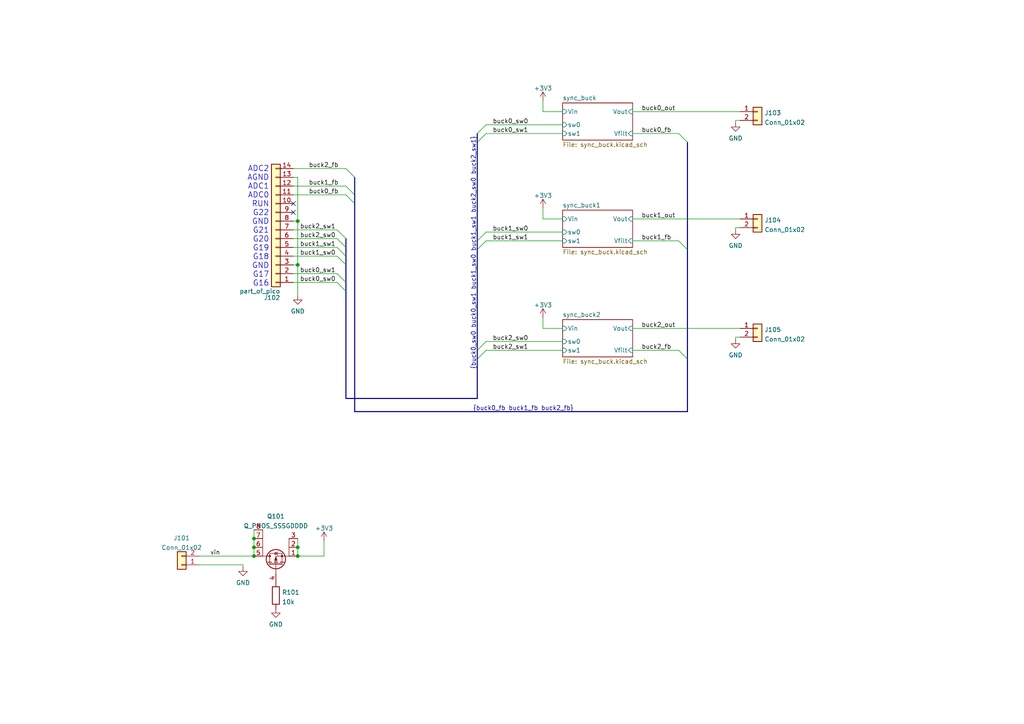
<source format=kicad_sch>
(kicad_sch (version 20211123) (generator eeschema)
  (paper "A4")
  (lib_symbols
    (symbol "Connector_Generic:Conn_01x02" (pin_names (offset 1.016) hide)
      (property "Reference" "J" (at 0 2.54 0))
      (property "Value" "Conn_01x02" (at 0 -5.08 0))
      (symbol "Conn_01x02_1_1"
        (rectangle (start -1.27 -2.413) (end 0 -2.667) (stroke (width 0.1524)))
        (rectangle (start -1.27 0.127) (end 0 -0.127) (stroke (width 0.1524)))
        (rectangle (start -1.27 1.27) (end 1.27 -3.81) (stroke (width 0.254)) (fill (type background)))
        (pin passive line (at -5.08 0 0) (length 3.81) (name "Pin_1") (number "1"))
        (pin passive line (at -5.08 -2.54 0) (length 3.81) (name "Pin_2") (number "2"))
      )
    )
    (symbol "Connector_Generic:Conn_01x14" (pin_names (offset 1.016) hide)
      (property "Reference" "J" (at 0 17.78 0))
      (property "Value" "Conn_01x14" (at 0 -20.32 0))
      (symbol "Conn_01x14_1_1"
        (rectangle (start -1.27 -17.653) (end 0 -17.907) (stroke (width 0.1524)))
        (rectangle (start -1.27 -15.113) (end 0 -15.367) (stroke (width 0.1524)))
        (rectangle (start -1.27 -12.573) (end 0 -12.827) (stroke (width 0.1524)))
        (rectangle (start -1.27 -10.033) (end 0 -10.287) (stroke (width 0.1524)))
        (rectangle (start -1.27 -7.493) (end 0 -7.747) (stroke (width 0.1524)))
        (rectangle (start -1.27 -4.953) (end 0 -5.207) (stroke (width 0.1524)))
        (rectangle (start -1.27 -2.413) (end 0 -2.667) (stroke (width 0.1524)))
        (rectangle (start -1.27 0.127) (end 0 -0.127) (stroke (width 0.1524)))
        (rectangle (start -1.27 2.667) (end 0 2.413) (stroke (width 0.1524)))
        (rectangle (start -1.27 5.207) (end 0 4.953) (stroke (width 0.1524)))
        (rectangle (start -1.27 7.747) (end 0 7.493) (stroke (width 0.1524)))
        (rectangle (start -1.27 10.287) (end 0 10.033) (stroke (width 0.1524)))
        (rectangle (start -1.27 12.827) (end 0 12.573) (stroke (width 0.1524)))
        (rectangle (start -1.27 15.367) (end 0 15.113) (stroke (width 0.1524)))
        (rectangle (start -1.27 16.51) (end 1.27 -19.05) (stroke (width 0.254)) (fill (type background)))
        (pin passive line (at -5.08 15.24 0) (length 3.81) (name "Pin_1") (number "1"))
        (pin passive line (at -5.08 -7.62 0) (length 3.81) (name "Pin_10") (number "10"))
        (pin passive line (at -5.08 -10.16 0) (length 3.81) (name "Pin_11") (number "11"))
        (pin passive line (at -5.08 -12.7 0) (length 3.81) (name "Pin_12") (number "12"))
        (pin passive line (at -5.08 -15.24 0) (length 3.81) (name "Pin_13") (number "13"))
        (pin passive line (at -5.08 -17.78 0) (length 3.81) (name "Pin_14") (number "14"))
        (pin passive line (at -5.08 12.7 0) (length 3.81) (name "Pin_2") (number "2"))
        (pin passive line (at -5.08 10.16 0) (length 3.81) (name "Pin_3") (number "3"))
        (pin passive line (at -5.08 7.62 0) (length 3.81) (name "Pin_4") (number "4"))
        (pin passive line (at -5.08 5.08 0) (length 3.81) (name "Pin_5") (number "5"))
        (pin passive line (at -5.08 2.54 0) (length 3.81) (name "Pin_6") (number "6"))
        (pin passive line (at -5.08 0 0) (length 3.81) (name "Pin_7") (number "7"))
        (pin passive line (at -5.08 -2.54 0) (length 3.81) (name "Pin_8") (number "8"))
        (pin passive line (at -5.08 -5.08 0) (length 3.81) (name "Pin_9") (number "9"))
      )
    )
    (symbol "Device:R" (pin_numbers hide) (pin_names (offset 0))
      (property "Reference" "R" (at 2.032 0 90))
      (property "Value" "R" (at 0 0 90))
      (symbol "R_0_1"
        (rectangle (start -1.016 -2.54) (end 1.016 2.54) (stroke (width 0.254)))
      )
      (symbol "R_1_1"
        (pin passive line (at 0 3.81 270) (length 1.27) (name "~") (number "1"))
        (pin passive line (at 0 -3.81 90) (length 1.27) (name "~") (number "2"))
      )
    )
    (symbol "good_things:Q_PMOS_SSSGDDDD" (pin_names (offset 0) hide)
      (property "Reference" "Q" (at 5.08 1.27 0))
      (property "Value" "Q_PMOS_SSSGDDDD" (at 5.08 -1.27 0))
      (symbol "Q_PMOS_SSSGDDDD_0_1"
        (polyline (pts (xy 0.254 0) (xy -2.54 0)))
        (polyline (pts (xy 0.254 1.905) (xy 0.254 -1.905)) (stroke (width 0.254)))
        (polyline (pts (xy 0.762 -1.27) (xy 0.762 -2.286)) (stroke (width 0.254)))
        (polyline (pts (xy 0.762 0.508) (xy 0.762 -0.508)) (stroke (width 0.254)))
        (polyline (pts (xy 0.762 2.286) (xy 0.762 1.27)) (stroke (width 0.254)))
        (polyline (pts (xy 2.54 -2.54) (xy 2.54 -3.81)) (stroke (width 0.1524)))
        (polyline (pts (xy 2.54 2.54) (xy 2.54 1.778)))
        (polyline (pts (xy 2.54 3.81) (xy 2.54 2.54)) (stroke (width 0.1524)))
        (polyline (pts (xy 7.62 -3.81) (xy 2.54 -3.81)) (stroke (width 0.1524)))
        (polyline (pts (xy 10.16 3.81) (xy 2.54 3.81)) (stroke (width 0.1524)))
        (polyline (pts (xy 2.54 -2.54) (xy 2.54 0) (xy 0.762 0)))
        (polyline (pts (xy 0.762 1.778) (xy 3.302 1.778) (xy 3.302 -1.778) (xy 0.762 -1.778)))
        (polyline (pts (xy 2.286 0) (xy 1.27 0.381) (xy 1.27 -0.381) (xy 2.286 0)) (fill (type outline)))
        (polyline (pts (xy 2.794 -0.508) (xy 2.921 -0.381) (xy 3.683 -0.381) (xy 3.81 -0.254)))
        (polyline (pts (xy 3.302 -0.381) (xy 2.921 0.254) (xy 3.683 0.254) (xy 3.302 -0.381)))
        (circle (center 1.651 0) (radius 2.794) (stroke (width 0.254)))
        (circle (center 2.54 -1.778) (radius 0.254) (fill (type outline)))
        (circle (center 2.54 1.778) (radius 0.254) (fill (type outline)))
      )
      (symbol "Q_PMOS_SSSGDDDD_1_1"
        (pin passive line (at 2.54 -6.35 90) (length 2.54) (name "S") (number "1"))
        (pin passive line (at 5.08 -6.35 90) (length 2.54) (name "S") (number "2"))
        (pin passive line (at 7.62 -6.35 90) (length 2.54) (name "S") (number "3"))
        (pin input line (at -5.08 0 0) (length 2.54) (name "G") (number "4"))
        (pin passive line (at 2.54 6.35 270) (length 2.54) (name "D") (number "5"))
        (pin passive line (at 5.08 6.35 270) (length 2.54) (name "D") (number "6"))
        (pin passive line (at 7.62 6.35 270) (length 2.54) (name "D") (number "7"))
        (pin passive line (at 10.16 6.35 270) (length 2.54) (name "D") (number "8"))
      )
    )
    (symbol "power:+3V3" (power) (pin_names (offset 0))
      (property "Value" "+3V3" (at 0 3.556 0))
      (symbol "+3V3_0_1"
        (polyline (pts (xy -0.762 1.27) (xy 0 2.54)))
        (polyline (pts (xy 0 0) (xy 0 2.54)))
        (polyline (pts (xy 0 2.54) (xy 0.762 1.27)))
      )
      (symbol "+3V3_1_1"
        (pin power_in line (at 0 0 90) (length 0) hide (name "+3V3") (number "1"))
      )
    )
    (symbol "power:GND" (power) (pin_names (offset 0))
      (property "Value" "GND" (at 0 -3.81 0))
      (symbol "GND_0_1"
        (polyline (pts (xy 0 0) (xy 0 -1.27) (xy 1.27 -1.27) (xy 0 -2.54) (xy -1.27 -1.27) (xy 0 -1.27)))
      )
      (symbol "GND_1_1"
        (pin power_in line (at 0 0 270) (length 0) hide (name "GND") (number "1"))
      )
    )
  )
  (junction (at 86.36 158.75))
  (junction (at 86.36 76.835))
  (junction (at 73.66 161.29))
  (junction (at 86.36 64.135))
  (junction (at 73.66 158.75))
  (junction (at 86.36 161.29))
  (junction (at 73.66 156.21))
  (no_connect (at 85.09 59.055))
  (no_connect (at 85.09 61.595))
  (bus_entry (at 97.79 69.215) (size 2.54 2.54))
  (bus_entry (at 196.85 69.85) (size 2.54 2.54))
  (bus_entry (at 138.43 72.39) (size 2.54 -2.54))
  (bus_entry (at 97.79 71.755) (size 2.54 2.54))
  (bus_entry (at 97.79 81.915) (size 2.54 2.54))
  (bus_entry (at 138.43 104.14) (size 2.54 -2.54))
  (bus_entry (at 100.33 56.515) (size 2.54 2.54))
  (bus_entry (at 100.33 53.975) (size 2.54 2.54))
  (bus_entry (at 138.43 69.85) (size 2.54 -2.54))
  (bus_entry (at 196.85 101.6) (size 2.54 2.54))
  (bus_entry (at 97.79 79.375) (size 2.54 2.54))
  (bus_entry (at 97.79 66.675) (size 2.54 2.54))
  (bus_entry (at 196.85 38.735) (size 2.54 2.54))
  (bus_entry (at 97.79 74.295) (size 2.54 2.54))
  (bus_entry (at 100.33 48.895) (size 2.54 2.54))
  (bus_entry (at 138.43 101.6) (size 2.54 -2.54))
  (bus_entry (at 138.43 38.735) (size 2.54 -2.54))
  (bus_entry (at 138.43 41.275) (size 2.54 -2.54))
  (bus (pts (xy 102.87 59.055) (xy 102.87 119.38)))
  (bus (pts (xy 100.33 81.915) (xy 100.33 84.455)))
  (wire (pts (xy 183.515 69.85) (xy 196.85 69.85)))
  (wire (pts (xy 85.09 53.975) (xy 100.33 53.975)))
  (wire (pts (xy 93.98 156.845) (xy 93.98 161.29)))
  (wire (pts (xy 183.515 32.385) (xy 214.63 32.385)))
  (bus (pts (xy 100.33 115.57) (xy 138.43 115.57)))
  (wire (pts (xy 213.36 34.925) (xy 214.63 34.925)))
  (bus (pts (xy 100.33 74.295) (xy 100.33 76.835)))
  (wire (pts (xy 140.97 38.735) (xy 163.195 38.735)))
  (wire (pts (xy 86.36 51.435) (xy 86.36 64.135)))
  (bus (pts (xy 199.39 104.14) (xy 199.39 119.38)))
  (bus (pts (xy 138.43 72.39) (xy 138.43 101.6)))
  (bus (pts (xy 138.43 38.735) (xy 138.43 41.275)))
  (bus (pts (xy 102.87 51.435) (xy 102.87 56.515)))
  (bus (pts (xy 138.43 101.6) (xy 138.43 104.14)))
  (wire (pts (xy 86.36 76.835) (xy 86.36 64.135)))
  (wire (pts (xy 70.485 163.83) (xy 70.485 164.465)))
  (wire (pts (xy 140.97 101.6) (xy 163.195 101.6)))
  (wire (pts (xy 213.36 35.56) (xy 213.36 34.925)))
  (bus (pts (xy 100.33 71.755) (xy 100.33 74.295)))
  (bus (pts (xy 102.87 56.515) (xy 102.87 59.055)))
  (wire (pts (xy 157.48 32.385) (xy 163.195 32.385)))
  (wire (pts (xy 86.36 76.835) (xy 86.36 85.725)))
  (bus (pts (xy 100.33 84.455) (xy 100.33 115.57)))
  (wire (pts (xy 140.97 69.85) (xy 163.195 69.85)))
  (wire (pts (xy 93.98 161.29) (xy 86.36 161.29)))
  (wire (pts (xy 85.09 81.915) (xy 97.79 81.915)))
  (wire (pts (xy 157.48 92.075) (xy 157.48 95.25)))
  (wire (pts (xy 183.515 101.6) (xy 196.85 101.6)))
  (wire (pts (xy 85.09 51.435) (xy 86.36 51.435)))
  (wire (pts (xy 85.09 48.895) (xy 100.33 48.895)))
  (wire (pts (xy 157.48 95.25) (xy 163.195 95.25)))
  (wire (pts (xy 183.515 38.735) (xy 196.85 38.735)))
  (wire (pts (xy 85.09 69.215) (xy 97.79 69.215)))
  (wire (pts (xy 213.36 98.425) (xy 213.36 97.79)))
  (bus (pts (xy 199.39 41.275) (xy 199.39 72.39)))
  (wire (pts (xy 140.97 67.31) (xy 163.195 67.31)))
  (wire (pts (xy 183.515 95.25) (xy 214.63 95.25)))
  (bus (pts (xy 100.33 76.835) (xy 100.33 81.915)))
  (wire (pts (xy 157.48 29.21) (xy 157.48 32.385)))
  (wire (pts (xy 85.09 71.755) (xy 97.79 71.755)))
  (wire (pts (xy 57.785 163.83) (xy 70.485 163.83)))
  (bus (pts (xy 199.39 72.39) (xy 199.39 104.14)))
  (wire (pts (xy 85.09 76.835) (xy 86.36 76.835)))
  (wire (pts (xy 157.48 63.5) (xy 163.195 63.5)))
  (wire (pts (xy 86.36 64.135) (xy 85.09 64.135)))
  (wire (pts (xy 140.97 99.06) (xy 163.195 99.06)))
  (wire (pts (xy 213.36 66.04) (xy 214.63 66.04)))
  (wire (pts (xy 85.09 74.295) (xy 97.79 74.295)))
  (wire (pts (xy 86.36 156.21) (xy 86.36 158.75)))
  (wire (pts (xy 85.09 66.675) (xy 97.79 66.675)))
  (wire (pts (xy 73.66 156.21) (xy 73.66 158.75)))
  (bus (pts (xy 100.33 69.215) (xy 100.33 71.755)))
  (wire (pts (xy 86.36 158.75) (xy 86.36 161.29)))
  (wire (pts (xy 85.09 56.515) (xy 100.33 56.515)))
  (wire (pts (xy 73.66 153.67) (xy 73.66 156.21)))
  (wire (pts (xy 73.66 158.75) (xy 73.66 161.29)))
  (bus (pts (xy 138.43 69.85) (xy 138.43 72.39)))
  (wire (pts (xy 85.09 79.375) (xy 97.79 79.375)))
  (bus (pts (xy 138.43 104.14) (xy 138.43 115.57)))
  (wire (pts (xy 183.515 63.5) (xy 214.63 63.5)))
  (wire (pts (xy 157.48 60.325) (xy 157.48 63.5)))
  (wire (pts (xy 213.36 97.79) (xy 214.63 97.79)))
  (bus (pts (xy 138.43 41.275) (xy 138.43 69.85)))
  (wire (pts (xy 73.66 161.29) (xy 57.785 161.29)))
  (wire (pts (xy 213.36 66.675) (xy 213.36 66.04)))
  (bus (pts (xy 102.87 119.38) (xy 199.39 119.38)))
  (wire (pts (xy 140.97 36.195) (xy 163.195 36.195)))
  (text "ADC2\nAGND\nADC1\nADC0\nRUN\nG22\nGND\nG21\nG20\nG19\nG18\nGND\nG17\nG16" (at 78.105 83.185 0) (effects (font (size 1.5875 1.5875)) (justify right bottom)))
  (label "buck0_fb" (at 89.535 56.515 0))
  (label "buck2_out" (at 186.055 95.25 0))
  (label "vin" (at 60.96 161.29 0))
  (label "buck2_sw1" (at 86.995 66.675 0))
  (label "buck2_sw0" (at 86.995 69.215 0))
  (label "buck2_sw1" (at 142.875 101.6 0))
  (label "buck0_sw0" (at 142.875 36.195 0))
  (label "buck1_sw1" (at 142.875 69.85 0))
  (label "buck1_out" (at 186.055 63.5 0))
  (label "buck1_fb" (at 89.535 53.975 0))
  (label "buck1_sw0" (at 142.875 67.31 0))
  (label "buck0_sw0" (at 86.995 81.915 0))
  (label "buck0_fb" (at 186.055 38.735 0))
  (label "buck2_sw0" (at 142.875 99.06 0))
  (label "{buck0_sw0 buck0_sw1 buck1_sw0 buck1_sw1 buck2_sw0 buck2_sw1}" (at 138.43 39.37 90))
  (label "buck0_sw1" (at 86.995 79.375 0))
  (label "buck1_sw1" (at 86.995 71.755 0))
  (label "buck0_out" (at 186.055 32.385 0))
  (label "buck1_fb" (at 186.055 69.85 0))
  (label "buck2_fb" (at 186.055 101.6 0))
  (label "buck0_sw1" (at 142.875 38.735 0))
  (label "{buck0_fb buck1_fb buck2_fb}" (at 137.16 119.38 0))
  (label "buck1_sw0" (at 86.995 74.295 0))
  (label "buck2_fb" (at 89.535 48.895 0))
  (symbol (lib_id "Connector_Generic:Conn_01x02") (at 219.71 32.385 0) (unit 1)
    (property "Reference" "J103" (at 221.742 32.7465 0) (effects (justify left)))
    (property "Value" "Conn_01x02" (at 221.742 35.5216 0) (effects (justify left)))
    (property "Footprint" "TerminalBlock_Phoenix:TerminalBlock_Phoenix_MKDS-1,5-2-5.08_1x02_P5.08mm_Horizontal" (effects hide))
  )
  (symbol (lib_id "Connector_Generic:Conn_01x02") (at 219.71 63.5 0) (unit 1)
    (property "Reference" "J104" (at 221.742 63.8615 0) (effects (justify left)))
    (property "Value" "Conn_01x02" (at 221.742 66.6366 0) (effects (justify left)))
    (property "Footprint" "TerminalBlock_Phoenix:TerminalBlock_Phoenix_MKDS-1,5-2-5.08_1x02_P5.08mm_Horizontal" (effects hide))
  )
  (symbol (lib_id "Device:R") (at 80.01 172.72 0) (unit 1)
    (property "Reference" "R101" (at 81.788 171.8115 0) (effects (justify left)))
    (property "Value" "10k" (at 81.788 174.5866 0) (effects (justify left)))
  )
  (symbol (lib_id "power:GND") (at 213.36 35.56 0) (unit 1)
    (property "Reference" "#PWR0108" (effects hide))
    (property "Value" "GND" (at 213.36 40.1225 0))
  )
  (symbol (lib_id "Connector_Generic:Conn_01x02") (at 219.71 95.25 0) (unit 1)
    (property "Reference" "J105" (at 221.742 95.6115 0) (effects (justify left)))
    (property "Value" "Conn_01x02" (at 221.742 98.3866 0) (effects (justify left)))
    (property "Footprint" "TerminalBlock_Phoenix:TerminalBlock_Phoenix_MKDS-1,5-2-5.08_1x02_P5.08mm_Horizontal" (effects hide))
  )
  (symbol (lib_id "power:GND") (at 70.485 164.465 0) (unit 1)
    (property "Reference" "#PWR0101" (effects hide))
    (property "Value" "GND" (at 70.485 169.0275 0))
  )
  (symbol (lib_id "power:+3V3") (at 157.48 92.075 0) (unit 1)
    (property "Reference" "#PWR0107" (effects hide))
    (property "Value" "+3V3" (at 157.48 88.4705 0))
  )
  (symbol (lib_id "power:GND") (at 86.36 85.725 0) (unit 1)
    (property "Reference" "#PWR0104" (effects hide))
    (property "Value" "GND" (at 86.36 90.2875 0))
  )
  (symbol (lib_id "power:GND") (at 80.01 176.53 0) (unit 1)
    (property "Reference" "#PWR0102" (effects hide))
    (property "Value" "GND" (at 80.01 181.0925 0))
  )
  (symbol (lib_id "power:GND") (at 213.36 98.425 0) (unit 1)
    (property "Reference" "#PWR0110" (effects hide))
    (property "Value" "GND" (at 213.36 102.9875 0))
  )
  (symbol (lib_id "power:+3V3") (at 93.98 156.845 0) (unit 1)
    (property "Reference" "#PWR0103" (effects hide))
    (property "Value" "+3V3" (at 93.98 153.2405 0))
  )
  (symbol (lib_id "power:+3V3") (at 157.48 60.325 0) (unit 1)
    (property "Reference" "#PWR0106" (effects hide))
    (property "Value" "+3V3" (at 157.48 56.7205 0))
  )
  (symbol (lib_id "power:GND") (at 213.36 66.675 0) (unit 1)
    (property "Reference" "#PWR0109" (effects hide))
    (property "Value" "GND" (at 213.36 71.2375 0))
  )
  (symbol (lib_id "Connector_Generic:Conn_01x14") (at 80.01 66.675 180) (unit 1)
    (property "Reference" "J102" (at 81.28 86.36 0) (effects (justify left)))
    (property "Value" "part_of_pico" (at 81.28 84.455 0) (effects (justify left)))
    (property "Footprint" "Connector_PinHeader_2.54mm:PinHeader_1x14_P2.54mm_Vertical" (effects hide))
  )
  (symbol (lib_id "Connector_Generic:Conn_01x02") (at 52.705 163.83 180) (unit 1)
    (property "Reference" "J101" (at 52.705 156.0535 0))
    (property "Value" "Conn_01x02" (at 52.705 158.8286 0))
    (property "Footprint" "TerminalBlock_Phoenix:TerminalBlock_Phoenix_MKDS-1,5-2-5.08_1x02_P5.08mm_Horizontal" (effects hide))
  )
  (symbol (lib_id "power:+3V3") (at 157.48 29.21 0) (unit 1)
    (property "Reference" "#PWR0105" (effects hide))
    (property "Value" "+3V3" (at 157.48 25.6055 0))
  )
  (symbol (lib_id "good_things:Q_PMOS_SSSGDDDD") (at 80.01 163.83 90) (unit 1)
    (property "Reference" "Q101" (at 80.01 149.7543 90))
    (property "Value" "Q_PMOS_SSSGDDDD" (at 80.01 152.5294 90))
  )
  (sheet (at 163.195 60.96) (size 20.32 10.795) (stroke (width 0.1524))
    (property "Sheet name" "sync_buck1" (at 163.195 60.2484 0) (effects (justify left bottom)))
    (property "Sheet file" "sync_buck.kicad_sch" (at 163.195 72.3396 0) (effects (justify left top)))
    (pin "sw0" input (at 163.195 67.31 180))
    (pin "sw1" input (at 163.195 69.85 180))
    (pin "Vin" input (at 163.195 63.5 180))
    (pin "Vout" input (at 183.515 63.5 0))
    (pin "Vfilt" input (at 183.515 69.85 0))
  )
  (sheet (at 163.195 29.845) (size 20.32 10.795) (stroke (width 0.1524))
    (property "Sheet name" "sync_buck" (at 163.195 29.1334 0) (effects (justify left bottom)))
    (property "Sheet file" "sync_buck.kicad_sch" (at 163.195 41.2246 0) (effects (justify left top)))
    (pin "sw0" input (at 163.195 36.195 180))
    (pin "sw1" input (at 163.195 38.735 180))
    (pin "Vin" input (at 163.195 32.385 180))
    (pin "Vout" input (at 183.515 32.385 0))
    (pin "Vfilt" input (at 183.515 38.735 0))
  )
  (sheet (at 163.195 92.71) (size 20.32 10.795) (stroke (width 0.1524))
    (property "Sheet name" "sync_buck2" (at 163.195 91.9984 0) (effects (justify left bottom)))
    (property "Sheet file" "sync_buck.kicad_sch" (at 163.195 104.0896 0) (effects (justify left top)))
    (pin "sw0" input (at 163.195 99.06 180))
    (pin "sw1" input (at 163.195 101.6 180))
    (pin "Vin" input (at 163.195 95.25 180))
    (pin "Vout" input (at 183.515 95.25 0))
    (pin "Vfilt" input (at 183.515 101.6 0))
  )
)
</source>
